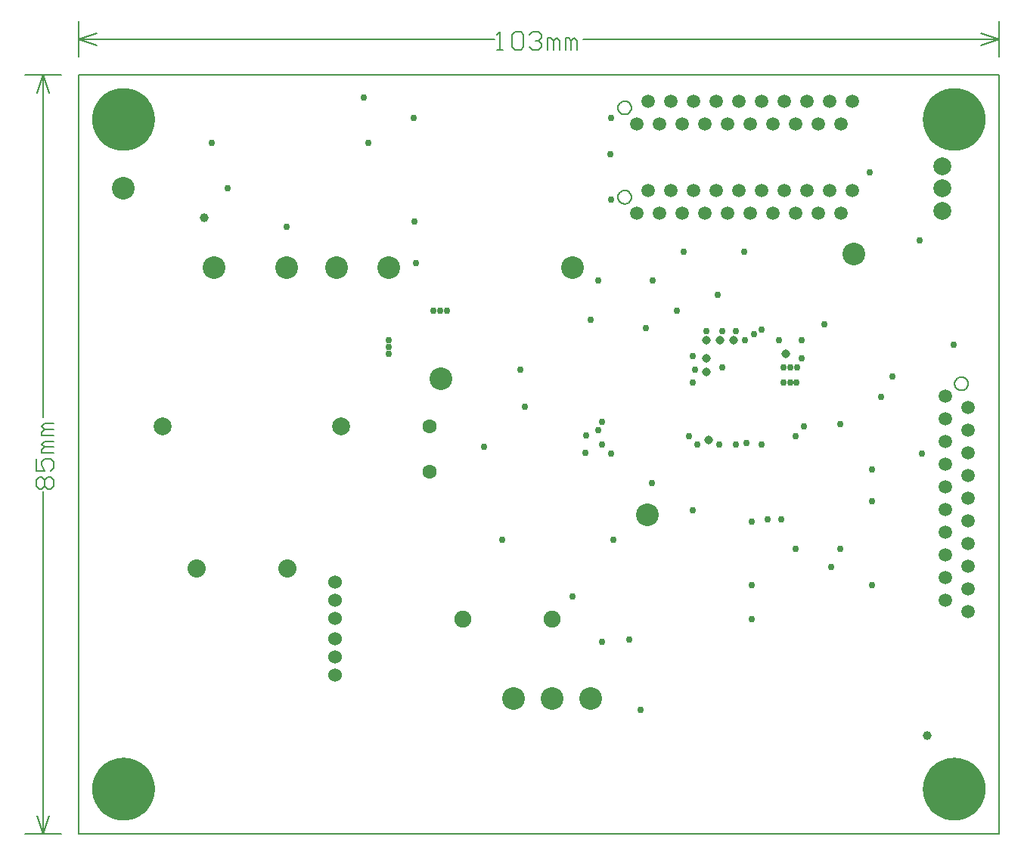
<source format=gbs>
*%FSLAX53Y53*%
*%MOMM*%
G01*
%ADD11C,0.100*%
%ADD12C,0.150*%
%ADD13C,0.186*%
%ADD14C,0.200*%
%ADD15C,0.203*%
%ADD16C,0.250*%
%ADD17C,0.254*%
%ADD18O,0.270X1.300*%
%ADD19O,0.290X1.350*%
%ADD20C,0.305*%
%ADD21C,0.381*%
%ADD22C,0.508*%
%ADD23C,0.762*%
%ADD24C,0.800*%
%ADD25C,0.800*%
%ADD26C,1.000*%
%ADD27C,1.100*%
%ADD28C,1.250*%
%ADD29C,1.270*%
%ADD30O,1.300X0.270*%
%ADD31O,1.350X0.290*%
%ADD32C,1.500*%
%ADD33C,1.524*%
%ADD34C,1.600*%
%ADD35O,1.800X2.000*%
%ADD36C,1.816*%
%ADD37C,1.816*%
%ADD38C,1.905*%
%ADD39C,2.000*%
%ADD40O,2.032X0.610*%
%ADD41C,2.032*%
%ADD42C,2.116*%
%ADD43C,2.266*%
%ADD44C,2.540*%
%ADD45O,2.794X0.737*%
%ADD46C,3.800*%
%ADD47C,4.816*%
%ADD48C,6.350*%
%ADD49R,0.584X0.584*%
%ADD50R,0.600X1.250*%
%ADD51R,0.800X0.800*%
%ADD52R,0.889X0.889*%
%ADD53R,0.900X1.300*%
%ADD54R,0.900X2.000*%
%ADD55R,1.000X1.000*%
%ADD56R,1.000X1.250*%
%ADD57R,1.000X1.500*%
%ADD58R,1.250X1.000*%
%ADD59R,1.350X0.290*%
%ADD60R,1.400X1.600*%
%ADD61R,1.500X1.000*%
%ADD62R,1.500X1.100*%
%ADD63R,1.676X1.676*%
%ADD64R,2.286X0.737*%
%ADD65R,2.400X3.000*%
%ADD66R,2.540X1.270*%
%ADD67P,1.000X8X0*%
D14*
X196796Y157705D02*
X299796D01*
Y242705D01*
X196796D01*
Y157705D01*
X299796Y244705D02*
Y248705D01*
X196796D02*
Y244705D01*
X297796Y246039D02*
X299796Y246705D01*
X297796Y247372D01*
X198796Y246039D02*
X196796Y246705D01*
X198796Y247372D01*
X253248Y246705D02*
X299796D01*
X243343D02*
X196796D01*
X194796Y242705D02*
X190796D01*
Y157705D02*
X194796D01*
X193462Y240705D02*
X192796Y242705D01*
X192129Y240705D01*
X193462Y159705D02*
X192796Y157705D01*
X192129Y159705D01*
X192796Y204325D02*
Y242705D01*
Y196086D02*
Y157705D01*
X243597Y245506D02*
X244264D01*
X243930D01*
Y247505D01*
X243956D01*
X243930D02*
X243597Y247172D01*
X245263D02*
X245597Y247505D01*
X246263D01*
X246596Y247172D01*
Y245839D01*
X246263Y245506D01*
X245597D01*
X245263Y245839D01*
Y247172D01*
X247263D02*
X247596Y247505D01*
X248262D01*
X248596Y247172D01*
Y246839D01*
X248621D01*
X248596D02*
X248621D01*
X248596D02*
X248621D01*
X248596D02*
X248262Y246505D01*
X247929D01*
X248262D01*
X248596Y246172D01*
Y245839D01*
X248262Y245506D01*
X247596D01*
X247263Y245839D01*
X249262Y245506D02*
Y246839D01*
X249595D01*
X249929Y246505D01*
Y245506D01*
Y246505D01*
X250262Y246839D01*
X250595Y246505D01*
Y245506D01*
X251261D02*
Y246839D01*
X251595D01*
X251928Y246505D01*
Y245506D01*
Y246505D01*
X252261Y246839D01*
X252594Y246505D01*
Y245506D01*
X192329Y196340D02*
X191996Y196673D01*
Y197340D01*
X192329Y197673D01*
X192663D01*
X192996Y197340D01*
X193329Y197673D01*
X193662D01*
X193995Y197340D01*
Y196673D01*
X193662Y196340D01*
X193329D01*
X192996Y196673D01*
X192663Y196340D01*
X192329D01*
X192996Y196673D02*
Y197340D01*
X191996Y198339D02*
Y199672D01*
Y198339D02*
X192996D01*
X192663Y199006D01*
Y199339D01*
X192996Y199672D01*
X193662D01*
X193995Y199339D01*
Y198672D01*
X193662Y198339D01*
X193995Y200339D02*
X192663D01*
Y200672D01*
X192996Y201005D01*
X193995D01*
X192996D01*
X192663Y201338D01*
X192996Y201672D01*
X193995D01*
Y202338D02*
X192663D01*
Y202671D01*
X192996Y203004D01*
X193995D01*
X192996D01*
X192663Y203338D01*
X192996Y203671D01*
X193995D01*
X258646Y239005D02*
X258641Y238923D01*
X258628Y238841D01*
X258605Y238762D01*
X258574Y238685D01*
X258535Y238613D01*
X258488Y238545D01*
X258433Y238482D01*
X258373Y238426D01*
X258306Y238378D01*
X258234Y238336D01*
X258159Y238303D01*
X258080Y238278D01*
X257999Y238262D01*
X257916Y238256D01*
X257834Y238258D01*
X257752Y238269D01*
X257672Y238290D01*
X257595Y238319D01*
X257521Y238356D01*
X257452Y238401D01*
X257388Y238454D01*
X257330Y238513D01*
X257279Y238578D01*
X257236Y238648D01*
X257201Y238723D01*
X257174Y238801D01*
X257156Y238882D01*
X257147Y238964D01*
Y239047D01*
X257156Y239129D01*
X257174Y239209D01*
X257201Y239288D01*
X257236Y239362D01*
X257279Y239433D01*
X257330Y239498D01*
X257388Y239557D01*
X257452Y239610D01*
X257521Y239655D01*
X257595Y239692D01*
X257672Y239721D01*
X257752Y239741D01*
X257834Y239753D01*
X257916Y239755D01*
X257999Y239748D01*
X258080Y239732D01*
X258159Y239708D01*
X258234Y239675D01*
X258306Y239633D01*
X258373Y239584D01*
X258433Y239528D01*
X258488Y239466D01*
X258535Y239398D01*
X258574Y239325D01*
X258605Y239249D01*
X258628Y239169D01*
X258641Y239088D01*
X258646Y239005D01*
Y229005D02*
X258641Y228923D01*
X258628Y228841D01*
X258605Y228762D01*
X258574Y228685D01*
X258535Y228613D01*
X258488Y228545D01*
X258433Y228482D01*
X258373Y228426D01*
X258306Y228378D01*
X258234Y228336D01*
X258159Y228303D01*
X258080Y228278D01*
X257999Y228262D01*
X257916Y228256D01*
X257834Y228258D01*
X257752Y228269D01*
X257672Y228290D01*
X257595Y228319D01*
X257521Y228356D01*
X257452Y228401D01*
X257388Y228454D01*
X257330Y228513D01*
X257279Y228578D01*
X257236Y228648D01*
X257201Y228723D01*
X257174Y228801D01*
X257156Y228882D01*
X257147Y228964D01*
Y229047D01*
X257156Y229129D01*
X257174Y229209D01*
X257201Y229288D01*
X257236Y229362D01*
X257279Y229433D01*
X257330Y229498D01*
X257388Y229557D01*
X257452Y229610D01*
X257521Y229655D01*
X257595Y229692D01*
X257672Y229721D01*
X257752Y229741D01*
X257834Y229753D01*
X257916Y229755D01*
X257999Y229748D01*
X258080Y229732D01*
X258159Y229708D01*
X258234Y229675D01*
X258306Y229633D01*
X258373Y229584D01*
X258433Y229528D01*
X258488Y229466D01*
X258535Y229398D01*
X258574Y229325D01*
X258605Y229249D01*
X258628Y229169D01*
X258641Y229088D01*
X258646Y229005D01*
X296346Y208105D02*
X296341Y208023D01*
X296328Y207941D01*
X296305Y207862D01*
X296274Y207785D01*
X296235Y207713D01*
X296188Y207645D01*
X296133Y207582D01*
X296073Y207526D01*
X296006Y207478D01*
X295934Y207436D01*
X295859Y207403D01*
X295780Y207378D01*
X295699Y207363D01*
X295616Y207356D01*
X295534Y207358D01*
X295452Y207369D01*
X295372Y207390D01*
X295295Y207419D01*
X295221Y207456D01*
X295152Y207501D01*
X295088Y207554D01*
X295030Y207613D01*
X294979Y207678D01*
X294936Y207748D01*
X294901Y207823D01*
X294874Y207901D01*
X294856Y207982D01*
X294847Y208064D01*
Y208147D01*
X294856Y208229D01*
X294874Y208309D01*
X294901Y208388D01*
X294936Y208462D01*
X294979Y208533D01*
X295030Y208598D01*
X295088Y208657D01*
X295152Y208710D01*
X295221Y208755D01*
X295295Y208792D01*
X295372Y208821D01*
X295452Y208842D01*
X295534Y208853D01*
X295616Y208855D01*
X295699Y208848D01*
X295780Y208832D01*
X295859Y208808D01*
X295934Y208775D01*
X296006Y208733D01*
X296073Y208684D01*
X296133Y208628D01*
X296188Y208566D01*
X296235Y208498D01*
X296274Y208426D01*
X296305Y208349D01*
X296328Y208269D01*
X296341Y208188D01*
X296346Y208105D01*
D22*
X198550Y162705D02*
X198575D01*
X198550D02*
X198552Y162580D01*
X198560Y162454D01*
X198572Y162329D01*
X198589Y162204D01*
X198611Y162080D01*
X198637Y161957D01*
X198669Y161835D01*
X198705Y161714D01*
X198746Y161595D01*
X198791Y161478D01*
X198841Y161362D01*
X198895Y161249D01*
X198954Y161137D01*
X199017Y161028D01*
X199084Y160922D01*
X199155Y160818D01*
X199230Y160717D01*
X199309Y160619D01*
X199392Y160524D01*
X199478Y160432D01*
X199568Y160344D01*
X199661Y160260D01*
X199758Y160179D01*
X199857Y160102D01*
X199960Y160028D01*
X200065Y159959D01*
X200173Y159894D01*
X200283Y159833D01*
X200396Y159777D01*
X200510Y159725D01*
X200627Y159677D01*
X200745Y159634D01*
X200865Y159596D01*
X200986Y159562D01*
X201109Y159533D01*
X201232Y159509D01*
X201357Y159489D01*
X201482Y159475D01*
X201607Y159465D01*
X201733Y159460D01*
X201859D01*
X201985Y159465D01*
X202110Y159475D01*
X202235Y159489D01*
X202359Y159509D01*
X202483Y159533D01*
X202605Y159562D01*
X202727Y159596D01*
X202847Y159634D01*
X202965Y159677D01*
X203081Y159725D01*
X203196Y159777D01*
X203309Y159833D01*
X203419Y159894D01*
X203527Y159959D01*
X203632Y160028D01*
X203734Y160102D01*
X203834Y160179D01*
X203930Y160260D01*
X204023Y160344D01*
X204113Y160432D01*
X204200Y160524D01*
X204282Y160619D01*
X204361Y160717D01*
X204437Y160818D01*
X204508Y160922D01*
X204575Y161028D01*
X204638Y161137D01*
X204697Y161249D01*
X204751Y161362D01*
X204801Y161478D01*
X204846Y161595D01*
X204887Y161714D01*
X204923Y161835D01*
X204954Y161957D01*
X204981Y162080D01*
X205003Y162204D01*
X205020Y162329D01*
X205032Y162454D01*
X205039Y162580D01*
X205042Y162705D01*
X205067D01*
X205042D02*
X205039Y162831D01*
X205032Y162957D01*
X205020Y163082D01*
X205003Y163207D01*
X204981Y163331D01*
X204954Y163454D01*
X204923Y163576D01*
X204887Y163696D01*
X204846Y163816D01*
X204801Y163933D01*
X204751Y164049D01*
X204697Y164162D01*
X204638Y164274D01*
X204575Y164383D01*
X204508Y164489D01*
X204437Y164593D01*
X204361Y164694D01*
X204282Y164792D01*
X204200Y164887D01*
X204113Y164978D01*
X204023Y165066D01*
X203930Y165151D01*
X203834Y165232D01*
X203734Y165309D01*
X203632Y165382D01*
X203527Y165451D01*
X203419Y165517D01*
X203309Y165577D01*
X203196Y165634D01*
X203081Y165686D01*
X202965Y165734D01*
X202847Y165777D01*
X202727Y165815D01*
X202605Y165849D01*
X202483Y165878D01*
X202359Y165902D01*
X202235Y165922D01*
X202110Y165936D01*
X201985Y165946D01*
X201859Y165951D01*
X201733D01*
X201607Y165946D01*
X201482Y165936D01*
X201357Y165922D01*
X201232Y165902D01*
X201109Y165878D01*
X200986Y165849D01*
X200865Y165815D01*
X200745Y165777D01*
X200627Y165734D01*
X200510Y165686D01*
X200396Y165634D01*
X200283Y165577D01*
X200173Y165517D01*
X200065Y165451D01*
X199960Y165382D01*
X199857Y165309D01*
X199758Y165232D01*
X199661Y165151D01*
X199568Y165066D01*
X199478Y164978D01*
X199392Y164887D01*
X199309Y164792D01*
X199230Y164694D01*
X199155Y164593D01*
X199084Y164489D01*
X199017Y164383D01*
X198954Y164274D01*
X198895Y164162D01*
X198841Y164049D01*
X198791Y163933D01*
X198746Y163816D01*
X198705Y163696D01*
X198669Y163576D01*
X198637Y163454D01*
X198611Y163331D01*
X198589Y163207D01*
X198572Y163082D01*
X198560Y162957D01*
X198552Y162831D01*
X198550Y162705D01*
X199007D02*
X199032D01*
X199007D02*
X199010Y162578D01*
X199019Y162452D01*
X199033Y162326D01*
X199053Y162200D01*
X199079Y162076D01*
X199110Y161953D01*
X199147Y161832D01*
X199190Y161712D01*
X199238Y161594D01*
X199291Y161479D01*
X199350Y161366D01*
X199413Y161256D01*
X199481Y161149D01*
X199555Y161046D01*
X199632Y160945D01*
X199715Y160849D01*
X199802Y160756D01*
X199892Y160667D01*
X199987Y160583D01*
X200086Y160503D01*
X200188Y160427D01*
X200293Y160356D01*
X200401Y160290D01*
X200513Y160229D01*
X200627Y160173D01*
X200743Y160123D01*
X200862Y160078D01*
X200982Y160038D01*
X201105Y160004D01*
X201228Y159975D01*
X201353Y159952D01*
X201479Y159935D01*
X201605Y159923D01*
X201732Y159917D01*
X201859D01*
X201986Y159923D01*
X202113Y159935D01*
X202238Y159952D01*
X202363Y159975D01*
X202487Y160004D01*
X202609Y160038D01*
X202730Y160078D01*
X202848Y160123D01*
X202965Y160173D01*
X203079Y160229D01*
X203190Y160290D01*
X203299Y160356D01*
X203404Y160427D01*
X203506Y160503D01*
X203605Y160583D01*
X203699Y160667D01*
X203790Y160756D01*
X203877Y160849D01*
X203959Y160945D01*
X204037Y161046D01*
X204110Y161149D01*
X204179Y161256D01*
X204242Y161366D01*
X204300Y161479D01*
X204354Y161594D01*
X204402Y161712D01*
X204444Y161832D01*
X204481Y161953D01*
X204513Y162076D01*
X204538Y162200D01*
X204559Y162326D01*
X204573Y162452D01*
X204582Y162578D01*
X204585Y162705D01*
X204610D01*
X204585D02*
X204582Y162832D01*
X204573Y162959D01*
X204559Y163085D01*
X204538Y163210D01*
X204513Y163335D01*
X204481Y163458D01*
X204444Y163579D01*
X204402Y163699D01*
X204354Y163816D01*
X204300Y163932D01*
X204242Y164044D01*
X204179Y164154D01*
X204110Y164261D01*
X204037Y164365D01*
X203959Y164465D01*
X203877Y164562D01*
X203790Y164655D01*
X203699Y164744D01*
X203605Y164828D01*
X203506Y164908D01*
X203404Y164984D01*
X203299Y165055D01*
X203190Y165121D01*
X203079Y165182D01*
X202965Y165237D01*
X202848Y165288D01*
X202730Y165333D01*
X202609Y165373D01*
X202487Y165407D01*
X202363Y165436D01*
X202238Y165459D01*
X202113Y165476D01*
X201986Y165488D01*
X201859Y165493D01*
X201732D01*
X201605Y165488D01*
X201479Y165476D01*
X201353Y165459D01*
X201228Y165436D01*
X201105Y165407D01*
X200982Y165373D01*
X200862Y165333D01*
X200743Y165288D01*
X200627Y165237D01*
X200513Y165182D01*
X200401Y165121D01*
X200293Y165055D01*
X200188Y164984D01*
X200086Y164908D01*
X199987Y164828D01*
X199892Y164744D01*
X199802Y164655D01*
X199715Y164562D01*
X199632Y164465D01*
X199555Y164365D01*
X199481Y164261D01*
X199413Y164154D01*
X199350Y164044D01*
X199291Y163932D01*
X199238Y163816D01*
X199190Y163699D01*
X199147Y163579D01*
X199110Y163458D01*
X199079Y163335D01*
X199053Y163210D01*
X199033Y163085D01*
X199019Y162959D01*
X199010Y162832D01*
X199007Y162705D01*
X199464D02*
X199490D01*
X199464D02*
X199467Y162589D01*
X199476Y162473D01*
X199490Y162358D01*
X199510Y162243D01*
X199536Y162130D01*
X199568Y162018D01*
X199605Y161908D01*
X199647Y161800D01*
X199695Y161694D01*
X199748Y161590D01*
X199806Y161490D01*
X199869Y161392D01*
X199937Y161298D01*
X200010Y161207D01*
X200087Y161120D01*
X200168Y161036D01*
X200253Y160957D01*
X200342Y160882D01*
X200435Y160812D01*
X200531Y160747D01*
X200630Y160686D01*
X200732Y160631D01*
X200837Y160580D01*
X200944Y160535D01*
X201053Y160495D01*
X201164Y160461D01*
X201277Y160432D01*
X201391Y160409D01*
X201506Y160392D01*
X201622Y160380D01*
X201738Y160375D01*
X201854D01*
X201970Y160380D01*
X202086Y160392D01*
X202201Y160409D01*
X202315Y160432D01*
X202427Y160461D01*
X202538Y160495D01*
X202648Y160535D01*
X202755Y160580D01*
X202860Y160631D01*
X202962Y160686D01*
X203061Y160747D01*
X203157Y160812D01*
X203250Y160882D01*
X203339Y160957D01*
X203424Y161036D01*
X203505Y161120D01*
X203582Y161207D01*
X203654Y161298D01*
X203722Y161392D01*
X203785Y161490D01*
X203843Y161590D01*
X203896Y161694D01*
X203944Y161800D01*
X203987Y161908D01*
X204024Y162018D01*
X204055Y162130D01*
X204081Y162243D01*
X204101Y162358D01*
X204116Y162473D01*
X204125Y162589D01*
X204127Y162705D01*
X204153D01*
X204127D02*
X204125Y162822D01*
X204116Y162938D01*
X204101Y163053D01*
X204081Y163167D01*
X204055Y163281D01*
X204024Y163393D01*
X203987Y163503D01*
X203944Y163611D01*
X203896Y163717D01*
X203843Y163820D01*
X203785Y163921D01*
X203722Y164019D01*
X203654Y164113D01*
X203582Y164204D01*
X203505Y164291D01*
X203424Y164375D01*
X203339Y164454D01*
X203250Y164528D01*
X203157Y164599D01*
X203061Y164664D01*
X202962Y164725D01*
X202860Y164780D01*
X202755Y164831D01*
X202648Y164876D01*
X202538Y164916D01*
X202427Y164950D01*
X202315Y164979D01*
X202201Y165002D01*
X202086Y165019D01*
X201970Y165030D01*
X201854Y165036D01*
X201738D01*
X201622Y165030D01*
X201506Y165019D01*
X201391Y165002D01*
X201277Y164979D01*
X201164Y164950D01*
X201053Y164916D01*
X200944Y164876D01*
X200837Y164831D01*
X200732Y164780D01*
X200630Y164725D01*
X200531Y164664D01*
X200435Y164599D01*
X200342Y164528D01*
X200253Y164454D01*
X200168Y164375D01*
X200087Y164291D01*
X200010Y164204D01*
X199937Y164113D01*
X199869Y164019D01*
X199806Y163921D01*
X199748Y163820D01*
X199695Y163717D01*
X199647Y163611D01*
X199605Y163503D01*
X199568Y163393D01*
X199536Y163281D01*
X199510Y163167D01*
X199490Y163053D01*
X199476Y162938D01*
X199467Y162822D01*
X199464Y162705D01*
X199921D02*
X199947D01*
X199921D02*
X199925Y162590D01*
X199936Y162475D01*
X199953Y162361D01*
X199978Y162248D01*
X200010Y162137D01*
X200048Y162028D01*
X200093Y161922D01*
X200144Y161819D01*
X200202Y161719D01*
X200266Y161622D01*
X200335Y161530D01*
X200411Y161443D01*
X200491Y161360D01*
X200576Y161282D01*
X200666Y161210D01*
X200760Y161143D01*
X200859Y161082D01*
X200960Y161028D01*
X201065Y160979D01*
X201173Y160938D01*
X201283Y160903D01*
X201395Y160874D01*
X201508Y160853D01*
X201623Y160839D01*
X201738Y160832D01*
X201854D01*
X201969Y160839D01*
X202083Y160853D01*
X202197Y160874D01*
X202309Y160903D01*
X202419Y160938D01*
X202526Y160979D01*
X202631Y161028D01*
X202733Y161082D01*
X202831Y161143D01*
X202925Y161210D01*
X203015Y161282D01*
X203101Y161360D01*
X203181Y161443D01*
X203256Y161530D01*
X203326Y161622D01*
X203389Y161719D01*
X203447Y161819D01*
X203499Y161922D01*
X203544Y162028D01*
X203582Y162137D01*
X203614Y162248D01*
X203638Y162361D01*
X203656Y162475D01*
X203667Y162590D01*
X203670Y162705D01*
X203696D01*
X203670D02*
X203667Y162821D01*
X203656Y162936D01*
X203638Y163050D01*
X203614Y163163D01*
X203582Y163274D01*
X203544Y163383D01*
X203499Y163489D01*
X203447Y163592D01*
X203389Y163692D01*
X203326Y163788D01*
X203256Y163881D01*
X203181Y163968D01*
X203101Y164051D01*
X203015Y164129D01*
X202925Y164201D01*
X202831Y164268D01*
X202733Y164329D01*
X202631Y164383D01*
X202526Y164432D01*
X202419Y164473D01*
X202309Y164508D01*
X202197Y164536D01*
X202083Y164558D01*
X201969Y164572D01*
X201854Y164579D01*
X201738D01*
X201623Y164572D01*
X201508Y164558D01*
X201395Y164536D01*
X201283Y164508D01*
X201173Y164473D01*
X201065Y164432D01*
X200960Y164383D01*
X200859Y164329D01*
X200760Y164268D01*
X200666Y164201D01*
X200576Y164129D01*
X200491Y164051D01*
X200411Y163968D01*
X200335Y163881D01*
X200266Y163788D01*
X200202Y163692D01*
X200144Y163592D01*
X200093Y163489D01*
X200048Y163383D01*
X200010Y163274D01*
X199978Y163163D01*
X199953Y163050D01*
X199936Y162936D01*
X199925Y162821D01*
X199921Y162705D01*
X200379D02*
X200404D01*
X200379D02*
X200383Y162591D01*
X200397Y162478D01*
X200420Y162366D01*
X200452Y162257D01*
X200492Y162150D01*
X200541Y162047D01*
X200598Y161948D01*
X200663Y161854D01*
X200735Y161766D01*
X200814Y161683D01*
X200900Y161608D01*
X200991Y161539D01*
X201087Y161478D01*
X201188Y161425D01*
X201293Y161380D01*
X201402Y161344D01*
X201512Y161317D01*
X201625Y161299D01*
X201739Y161289D01*
X201853D01*
X201967Y161299D01*
X202079Y161317D01*
X202190Y161344D01*
X202298Y161380D01*
X202403Y161425D01*
X202504Y161478D01*
X202601Y161539D01*
X202692Y161608D01*
X202778Y161683D01*
X202857Y161766D01*
X202929Y161854D01*
X202994Y161948D01*
X203051Y162047D01*
X203100Y162150D01*
X203140Y162257D01*
X203172Y162366D01*
X203195Y162478D01*
X203208Y162591D01*
X203213Y162705D01*
X203238D01*
X203213D02*
X203208Y162819D01*
X203195Y162933D01*
X203172Y163045D01*
X203140Y163154D01*
X203100Y163261D01*
X203051Y163364D01*
X202994Y163463D01*
X202929Y163557D01*
X202857Y163645D01*
X202778Y163727D01*
X202692Y163803D01*
X202601Y163872D01*
X202504Y163933D01*
X202403Y163986D01*
X202298Y164031D01*
X202190Y164067D01*
X202079Y164094D01*
X201967Y164112D01*
X201853Y164121D01*
X201739D01*
X201625Y164112D01*
X201512Y164094D01*
X201402Y164067D01*
X201293Y164031D01*
X201188Y163986D01*
X201087Y163933D01*
X200991Y163872D01*
X200900Y163803D01*
X200814Y163727D01*
X200735Y163645D01*
X200663Y163557D01*
X200598Y163463D01*
X200541Y163364D01*
X200492Y163261D01*
X200452Y163154D01*
X200420Y163045D01*
X200397Y162933D01*
X200383Y162819D01*
X200379Y162705D01*
X200836D02*
X200861D01*
X200836D02*
X200842Y162594D01*
X200862Y162484D01*
X200894Y162377D01*
X200938Y162275D01*
X200994Y162178D01*
X201060Y162088D01*
X201137Y162007D01*
X201223Y161935D01*
X201316Y161874D01*
X201416Y161824D01*
X201520Y161786D01*
X201629Y161760D01*
X201740Y161747D01*
X201852D01*
X201963Y161760D01*
X202071Y161786D01*
X202176Y161824D01*
X202276Y161874D01*
X202369Y161935D01*
X202455Y162007D01*
X202531Y162088D01*
X202598Y162178D01*
X202654Y162275D01*
X202698Y162377D01*
X202730Y162484D01*
X202749Y162594D01*
X202756Y162705D01*
X202781D01*
X202756D02*
X202749Y162817D01*
X202730Y162927D01*
X202698Y163034D01*
X202654Y163136D01*
X202598Y163233D01*
X202531Y163322D01*
X202455Y163404D01*
X202369Y163475D01*
X202276Y163537D01*
X202176Y163587D01*
X202071Y163625D01*
X201963Y163651D01*
X201852Y163664D01*
X201740D01*
X201629Y163651D01*
X201520Y163625D01*
X201416Y163587D01*
X201316Y163537D01*
X201223Y163475D01*
X201137Y163404D01*
X201060Y163322D01*
X200994Y163233D01*
X200938Y163136D01*
X200894Y163034D01*
X200862Y162927D01*
X200842Y162817D01*
X200836Y162705D01*
X201293D02*
X201318D01*
X201293D02*
X201304Y162601D01*
X201336Y162501D01*
X201389Y162410D01*
X201459Y162332D01*
X201544Y162270D01*
X201640Y162227D01*
X201743Y162205D01*
X201848D01*
X201951Y162227D01*
X202047Y162270D01*
X202132Y162332D01*
X202203Y162410D01*
X202255Y162501D01*
X202288Y162601D01*
X202299Y162705D01*
X202324D01*
X202299D02*
X202288Y162810D01*
X202255Y162910D01*
X202203Y163001D01*
X202132Y163079D01*
X202047Y163141D01*
X201951Y163184D01*
X201848Y163205D01*
X201743D01*
X201640Y163184D01*
X201544Y163141D01*
X201459Y163079D01*
X201389Y163001D01*
X201336Y162910D01*
X201304Y162810D01*
X201293Y162705D01*
X201750D02*
X201776D01*
X201750D02*
X201753Y162690D01*
X201761Y162676D01*
X201773Y162666D01*
X201788Y162660D01*
X201804D01*
X201819Y162666D01*
X201831Y162676D01*
X201839Y162690D01*
X201841Y162705D01*
X201867D01*
X201841D02*
X201839Y162721D01*
X201831Y162735D01*
X201819Y162745D01*
X201804Y162750D01*
X201788D01*
X201773Y162745D01*
X201761Y162735D01*
X201753Y162721D01*
X201750Y162705D01*
X291550D02*
X291575D01*
X291550D02*
X291552Y162580D01*
X291560Y162454D01*
X291572Y162329D01*
X291589Y162204D01*
X291611Y162080D01*
X291637Y161957D01*
X291669Y161835D01*
X291705Y161714D01*
X291746Y161595D01*
X291791Y161478D01*
X291841Y161362D01*
X291895Y161249D01*
X291954Y161137D01*
X292017Y161028D01*
X292084Y160922D01*
X292155Y160818D01*
X292230Y160717D01*
X292309Y160619D01*
X292392Y160524D01*
X292478Y160432D01*
X292568Y160344D01*
X292661Y160260D01*
X292758Y160179D01*
X292857Y160102D01*
X292960Y160028D01*
X293065Y159959D01*
X293173Y159894D01*
X293283Y159833D01*
X293396Y159777D01*
X293510Y159725D01*
X293627Y159677D01*
X293745Y159634D01*
X293865Y159596D01*
X293986Y159562D01*
X294109Y159533D01*
X294232Y159509D01*
X294357Y159489D01*
X294482Y159475D01*
X294607Y159465D01*
X294733Y159460D01*
X294859D01*
X294985Y159465D01*
X295110Y159475D01*
X295235Y159489D01*
X295359Y159509D01*
X295483Y159533D01*
X295605Y159562D01*
X295727Y159596D01*
X295847Y159634D01*
X295965Y159677D01*
X296081Y159725D01*
X296196Y159777D01*
X296309Y159833D01*
X296419Y159894D01*
X296527Y159959D01*
X296632Y160028D01*
X296734Y160102D01*
X296834Y160179D01*
X296930Y160260D01*
X297023Y160344D01*
X297113Y160432D01*
X297200Y160524D01*
X297282Y160619D01*
X297361Y160717D01*
X297437Y160818D01*
X297508Y160922D01*
X297575Y161028D01*
X297638Y161137D01*
X297697Y161249D01*
X297751Y161362D01*
X297801Y161478D01*
X297846Y161595D01*
X297887Y161714D01*
X297923Y161835D01*
X297954Y161957D01*
X297981Y162080D01*
X298003Y162204D01*
X298020Y162329D01*
X298032Y162454D01*
X298039Y162580D01*
X298042Y162705D01*
X298067D01*
X298042D02*
X298039Y162831D01*
X298032Y162957D01*
X298020Y163082D01*
X298003Y163207D01*
X297981Y163331D01*
X297954Y163454D01*
X297923Y163576D01*
X297887Y163696D01*
X297846Y163816D01*
X297801Y163933D01*
X297751Y164049D01*
X297697Y164162D01*
X297638Y164274D01*
X297575Y164383D01*
X297508Y164489D01*
X297437Y164593D01*
X297361Y164694D01*
X297282Y164792D01*
X297200Y164887D01*
X297113Y164978D01*
X297023Y165066D01*
X296930Y165151D01*
X296834Y165232D01*
X296734Y165309D01*
X296632Y165382D01*
X296527Y165451D01*
X296419Y165517D01*
X296309Y165577D01*
X296196Y165634D01*
X296081Y165686D01*
X295965Y165734D01*
X295847Y165777D01*
X295727Y165815D01*
X295605Y165849D01*
X295483Y165878D01*
X295359Y165902D01*
X295235Y165922D01*
X295110Y165936D01*
X294985Y165946D01*
X294859Y165951D01*
X294733D01*
X294607Y165946D01*
X294482Y165936D01*
X294357Y165922D01*
X294232Y165902D01*
X294109Y165878D01*
X293986Y165849D01*
X293865Y165815D01*
X293745Y165777D01*
X293627Y165734D01*
X293510Y165686D01*
X293396Y165634D01*
X293283Y165577D01*
X293173Y165517D01*
X293065Y165451D01*
X292960Y165382D01*
X292857Y165309D01*
X292758Y165232D01*
X292661Y165151D01*
X292568Y165066D01*
X292478Y164978D01*
X292392Y164887D01*
X292309Y164792D01*
X292230Y164694D01*
X292155Y164593D01*
X292084Y164489D01*
X292017Y164383D01*
X291954Y164274D01*
X291895Y164162D01*
X291841Y164049D01*
X291791Y163933D01*
X291746Y163816D01*
X291705Y163696D01*
X291669Y163576D01*
X291637Y163454D01*
X291611Y163331D01*
X291589Y163207D01*
X291572Y163082D01*
X291560Y162957D01*
X291552Y162831D01*
X291550Y162705D01*
X292007D02*
X292032D01*
X292007D02*
X292010Y162578D01*
X292019Y162452D01*
X292033Y162326D01*
X292053Y162200D01*
X292079Y162076D01*
X292110Y161953D01*
X292147Y161832D01*
X292190Y161712D01*
X292238Y161594D01*
X292291Y161479D01*
X292350Y161366D01*
X292413Y161256D01*
X292481Y161149D01*
X292555Y161046D01*
X292632Y160945D01*
X292715Y160849D01*
X292802Y160756D01*
X292892Y160667D01*
X292987Y160583D01*
X293086Y160503D01*
X293188Y160427D01*
X293293Y160356D01*
X293401Y160290D01*
X293513Y160229D01*
X293627Y160173D01*
X293743Y160123D01*
X293862Y160078D01*
X293982Y160038D01*
X294105Y160004D01*
X294228Y159975D01*
X294353Y159952D01*
X294479Y159935D01*
X294605Y159923D01*
X294732Y159917D01*
X294859D01*
X294986Y159923D01*
X295113Y159935D01*
X295238Y159952D01*
X295363Y159975D01*
X295487Y160004D01*
X295609Y160038D01*
X295730Y160078D01*
X295848Y160123D01*
X295965Y160173D01*
X296079Y160229D01*
X296190Y160290D01*
X296299Y160356D01*
X296404Y160427D01*
X296506Y160503D01*
X296605Y160583D01*
X296699Y160667D01*
X296790Y160756D01*
X296877Y160849D01*
X296959Y160945D01*
X297037Y161046D01*
X297110Y161149D01*
X297179Y161256D01*
X297242Y161366D01*
X297300Y161479D01*
X297354Y161594D01*
X297402Y161712D01*
X297444Y161832D01*
X297481Y161953D01*
X297513Y162076D01*
X297538Y162200D01*
X297559Y162326D01*
X297573Y162452D01*
X297582Y162578D01*
X297585Y162705D01*
X297610D01*
X297585D02*
X297582Y162832D01*
X297573Y162959D01*
X297559Y163085D01*
X297538Y163210D01*
X297513Y163335D01*
X297481Y163458D01*
X297444Y163579D01*
X297402Y163699D01*
X297354Y163816D01*
X297300Y163932D01*
X297242Y164044D01*
X297179Y164154D01*
X297110Y164261D01*
X297037Y164365D01*
X296959Y164465D01*
X296877Y164562D01*
X296790Y164655D01*
X296699Y164744D01*
X296605Y164828D01*
X296506Y164908D01*
X296404Y164984D01*
X296299Y165055D01*
X296190Y165121D01*
X296079Y165182D01*
X295965Y165237D01*
X295848Y165288D01*
X295730Y165333D01*
X295609Y165373D01*
X295487Y165407D01*
X295363Y165436D01*
X295238Y165459D01*
X295113Y165476D01*
X294986Y165488D01*
X294859Y165493D01*
X294732D01*
X294605Y165488D01*
X294479Y165476D01*
X294353Y165459D01*
X294228Y165436D01*
X294105Y165407D01*
X293982Y165373D01*
X293862Y165333D01*
X293743Y165288D01*
X293627Y165237D01*
X293513Y165182D01*
X293401Y165121D01*
X293293Y165055D01*
X293188Y164984D01*
X293086Y164908D01*
X292987Y164828D01*
X292892Y164744D01*
X292802Y164655D01*
X292715Y164562D01*
X292632Y164465D01*
X292555Y164365D01*
X292481Y164261D01*
X292413Y164154D01*
X292350Y164044D01*
X292291Y163932D01*
X292238Y163816D01*
X292190Y163699D01*
X292147Y163579D01*
X292110Y163458D01*
X292079Y163335D01*
X292053Y163210D01*
X292033Y163085D01*
X292019Y162959D01*
X292010Y162832D01*
X292007Y162705D01*
X292464D02*
X292490D01*
X292464D02*
X292467Y162589D01*
X292476Y162473D01*
X292490Y162358D01*
X292510Y162243D01*
X292536Y162130D01*
X292568Y162018D01*
X292605Y161908D01*
X292647Y161800D01*
X292695Y161694D01*
X292748Y161590D01*
X292806Y161490D01*
X292869Y161392D01*
X292937Y161298D01*
X293010Y161207D01*
X293087Y161120D01*
X293168Y161036D01*
X293253Y160957D01*
X293342Y160882D01*
X293435Y160812D01*
X293531Y160747D01*
X293630Y160686D01*
X293732Y160631D01*
X293837Y160580D01*
X293944Y160535D01*
X294053Y160495D01*
X294164Y160461D01*
X294277Y160432D01*
X294391Y160409D01*
X294506Y160392D01*
X294622Y160380D01*
X294738Y160375D01*
X294854D01*
X294970Y160380D01*
X295086Y160392D01*
X295201Y160409D01*
X295315Y160432D01*
X295427Y160461D01*
X295538Y160495D01*
X295648Y160535D01*
X295755Y160580D01*
X295860Y160631D01*
X295962Y160686D01*
X296061Y160747D01*
X296157Y160812D01*
X296250Y160882D01*
X296339Y160957D01*
X296424Y161036D01*
X296505Y161120D01*
X296582Y161207D01*
X296654Y161298D01*
X296722Y161392D01*
X296785Y161490D01*
X296843Y161590D01*
X296896Y161694D01*
X296944Y161800D01*
X296987Y161908D01*
X297024Y162018D01*
X297055Y162130D01*
X297081Y162243D01*
X297101Y162358D01*
X297116Y162473D01*
X297125Y162589D01*
X297127Y162705D01*
X297153D01*
X297127D02*
X297125Y162822D01*
X297116Y162938D01*
X297101Y163053D01*
X297081Y163167D01*
X297055Y163281D01*
X297024Y163393D01*
X296987Y163503D01*
X296944Y163611D01*
X296896Y163717D01*
X296843Y163820D01*
X296785Y163921D01*
X296722Y164019D01*
X296654Y164113D01*
X296582Y164204D01*
X296505Y164291D01*
X296424Y164375D01*
X296339Y164454D01*
X296250Y164528D01*
X296157Y164599D01*
X296061Y164664D01*
X295962Y164725D01*
X295860Y164780D01*
X295755Y164831D01*
X295648Y164876D01*
X295538Y164916D01*
X295427Y164950D01*
X295315Y164979D01*
X295201Y165002D01*
X295086Y165019D01*
X294970Y165030D01*
X294854Y165036D01*
X294738D01*
X294622Y165030D01*
X294506Y165019D01*
X294391Y165002D01*
X294277Y164979D01*
X294164Y164950D01*
X294053Y164916D01*
X293944Y164876D01*
X293837Y164831D01*
X293732Y164780D01*
X293630Y164725D01*
X293531Y164664D01*
X293435Y164599D01*
X293342Y164528D01*
X293253Y164454D01*
X293168Y164375D01*
X293087Y164291D01*
X293010Y164204D01*
X292937Y164113D01*
X292869Y164019D01*
X292806Y163921D01*
X292748Y163820D01*
X292695Y163717D01*
X292647Y163611D01*
X292605Y163503D01*
X292568Y163393D01*
X292536Y163281D01*
X292510Y163167D01*
X292490Y163053D01*
X292476Y162938D01*
X292467Y162822D01*
X292464Y162705D01*
X292921D02*
X292947D01*
X292921D02*
X292925Y162590D01*
X292936Y162475D01*
X292953Y162361D01*
X292978Y162248D01*
X293010Y162137D01*
X293048Y162028D01*
X293093Y161922D01*
X293144Y161819D01*
X293202Y161719D01*
X293266Y161622D01*
X293335Y161530D01*
X293411Y161443D01*
X293491Y161360D01*
X293576Y161282D01*
X293666Y161210D01*
X293760Y161143D01*
X293859Y161082D01*
X293960Y161028D01*
X294065Y160979D01*
X294173Y160938D01*
X294283Y160903D01*
X294395Y160874D01*
X294508Y160853D01*
X294623Y160839D01*
X294738Y160832D01*
X294854D01*
X294969Y160839D01*
X295083Y160853D01*
X295197Y160874D01*
X295309Y160903D01*
X295419Y160938D01*
X295526Y160979D01*
X295631Y161028D01*
X295733Y161082D01*
X295831Y161143D01*
X295925Y161210D01*
X296015Y161282D01*
X296101Y161360D01*
X296181Y161443D01*
X296256Y161530D01*
X296326Y161622D01*
X296389Y161719D01*
X296447Y161819D01*
X296499Y161922D01*
X296544Y162028D01*
X296582Y162137D01*
X296614Y162248D01*
X296638Y162361D01*
X296656Y162475D01*
X296667Y162590D01*
X296670Y162705D01*
X296696D01*
X296670D02*
X296667Y162821D01*
X296656Y162936D01*
X296638Y163050D01*
X296614Y163163D01*
X296582Y163274D01*
X296544Y163383D01*
X296499Y163489D01*
X296447Y163592D01*
X296389Y163692D01*
X296326Y163788D01*
X296256Y163881D01*
X296181Y163968D01*
X296101Y164051D01*
X296015Y164129D01*
X295925Y164201D01*
X295831Y164268D01*
X295733Y164329D01*
X295631Y164383D01*
X295526Y164432D01*
X295419Y164473D01*
X295309Y164508D01*
X295197Y164536D01*
X295083Y164558D01*
X294969Y164572D01*
X294854Y164579D01*
X294738D01*
X294623Y164572D01*
X294508Y164558D01*
X294395Y164536D01*
X294283Y164508D01*
X294173Y164473D01*
X294065Y164432D01*
X293960Y164383D01*
X293859Y164329D01*
X293760Y164268D01*
X293666Y164201D01*
X293576Y164129D01*
X293491Y164051D01*
X293411Y163968D01*
X293335Y163881D01*
X293266Y163788D01*
X293202Y163692D01*
X293144Y163592D01*
X293093Y163489D01*
X293048Y163383D01*
X293010Y163274D01*
X292978Y163163D01*
X292953Y163050D01*
X292936Y162936D01*
X292925Y162821D01*
X292921Y162705D01*
X293379D02*
X293404D01*
X293379D02*
X293383Y162591D01*
X293397Y162478D01*
X293420Y162366D01*
X293452Y162257D01*
X293492Y162150D01*
X293541Y162047D01*
X293598Y161948D01*
X293663Y161854D01*
X293735Y161766D01*
X293814Y161683D01*
X293900Y161608D01*
X293991Y161539D01*
X294087Y161478D01*
X294188Y161425D01*
X294293Y161380D01*
X294402Y161344D01*
X294512Y161317D01*
X294625Y161299D01*
X294739Y161289D01*
X294853D01*
X294967Y161299D01*
X295079Y161317D01*
X295190Y161344D01*
X295298Y161380D01*
X295403Y161425D01*
X295504Y161478D01*
X295601Y161539D01*
X295692Y161608D01*
X295778Y161683D01*
X295857Y161766D01*
X295929Y161854D01*
X295994Y161948D01*
X296051Y162047D01*
X296100Y162150D01*
X296140Y162257D01*
X296172Y162366D01*
X296195Y162478D01*
X296208Y162591D01*
X296213Y162705D01*
X296238D01*
X296213D02*
X296208Y162819D01*
X296195Y162933D01*
X296172Y163045D01*
X296140Y163154D01*
X296100Y163261D01*
X296051Y163364D01*
X295994Y163463D01*
X295929Y163557D01*
X295857Y163645D01*
X295778Y163727D01*
X295692Y163803D01*
X295601Y163872D01*
X295504Y163933D01*
X295403Y163986D01*
X295298Y164031D01*
X295190Y164067D01*
X295079Y164094D01*
X294967Y164112D01*
X294853Y164121D01*
X294739D01*
X294625Y164112D01*
X294512Y164094D01*
X294402Y164067D01*
X294293Y164031D01*
X294188Y163986D01*
X294087Y163933D01*
X293991Y163872D01*
X293900Y163803D01*
X293814Y163727D01*
X293735Y163645D01*
X293663Y163557D01*
X293598Y163463D01*
X293541Y163364D01*
X293492Y163261D01*
X293452Y163154D01*
X293420Y163045D01*
X293397Y162933D01*
X293383Y162819D01*
X293379Y162705D01*
X293836D02*
X293861D01*
X293836D02*
X293842Y162594D01*
X293862Y162484D01*
X293894Y162377D01*
X293938Y162275D01*
X293994Y162178D01*
X294060Y162088D01*
X294137Y162007D01*
X294223Y161935D01*
X294316Y161874D01*
X294416Y161824D01*
X294520Y161786D01*
X294629Y161760D01*
X294740Y161747D01*
X294852D01*
X294963Y161760D01*
X295071Y161786D01*
X295176Y161824D01*
X295276Y161874D01*
X295369Y161935D01*
X295455Y162007D01*
X295531Y162088D01*
X295598Y162178D01*
X295654Y162275D01*
X295698Y162377D01*
X295730Y162484D01*
X295749Y162594D01*
X295756Y162705D01*
X295781D01*
X295756D02*
X295749Y162817D01*
X295730Y162927D01*
X295698Y163034D01*
X295654Y163136D01*
X295598Y163233D01*
X295531Y163322D01*
X295455Y163404D01*
X295369Y163475D01*
X295276Y163537D01*
X295176Y163587D01*
X295071Y163625D01*
X294963Y163651D01*
X294852Y163664D01*
X294740D01*
X294629Y163651D01*
X294520Y163625D01*
X294416Y163587D01*
X294316Y163537D01*
X294223Y163475D01*
X294137Y163404D01*
X294060Y163322D01*
X293994Y163233D01*
X293938Y163136D01*
X293894Y163034D01*
X293862Y162927D01*
X293842Y162817D01*
X293836Y162705D01*
X294293D02*
X294318D01*
X294293D02*
X294304Y162601D01*
X294336Y162501D01*
X294389Y162410D01*
X294459Y162332D01*
X294544Y162270D01*
X294640Y162227D01*
X294743Y162205D01*
X294848D01*
X294951Y162227D01*
X295047Y162270D01*
X295132Y162332D01*
X295203Y162410D01*
X295255Y162501D01*
X295288Y162601D01*
X295299Y162705D01*
X295324D01*
X295299D02*
X295288Y162810D01*
X295255Y162910D01*
X295203Y163001D01*
X295132Y163079D01*
X295047Y163141D01*
X294951Y163184D01*
X294848Y163205D01*
X294743D01*
X294640Y163184D01*
X294544Y163141D01*
X294459Y163079D01*
X294389Y163001D01*
X294336Y162910D01*
X294304Y162810D01*
X294293Y162705D01*
X294750D02*
X294776D01*
X294750D02*
X294753Y162690D01*
X294761Y162676D01*
X294773Y162666D01*
X294788Y162660D01*
X294804D01*
X294819Y162666D01*
X294831Y162676D01*
X294839Y162690D01*
X294841Y162705D01*
X294867D01*
X294841D02*
X294839Y162721D01*
X294831Y162735D01*
X294819Y162745D01*
X294804Y162750D01*
X294788D01*
X294773Y162745D01*
X294761Y162735D01*
X294753Y162721D01*
X294750Y162705D01*
X291550Y237705D02*
X291575D01*
X291550D02*
X291552Y237580D01*
X291560Y237454D01*
X291572Y237329D01*
X291589Y237204D01*
X291611Y237080D01*
X291637Y236957D01*
X291669Y236835D01*
X291705Y236714D01*
X291746Y236595D01*
X291791Y236478D01*
X291841Y236362D01*
X291895Y236249D01*
X291954Y236137D01*
X292017Y236028D01*
X292084Y235922D01*
X292155Y235818D01*
X292230Y235717D01*
X292309Y235619D01*
X292392Y235524D01*
X292478Y235432D01*
X292568Y235344D01*
X292661Y235260D01*
X292758Y235179D01*
X292857Y235102D01*
X292960Y235028D01*
X293065Y234959D01*
X293173Y234894D01*
X293283Y234833D01*
X293396Y234777D01*
X293510Y234725D01*
X293627Y234677D01*
X293745Y234634D01*
X293865Y234596D01*
X293986Y234562D01*
X294109Y234533D01*
X294232Y234509D01*
X294357Y234489D01*
X294482Y234475D01*
X294607Y234465D01*
X294733Y234460D01*
X294859D01*
X294985Y234465D01*
X295110Y234475D01*
X295235Y234489D01*
X295359Y234509D01*
X295483Y234533D01*
X295605Y234562D01*
X295727Y234596D01*
X295847Y234634D01*
X295965Y234677D01*
X296081Y234725D01*
X296196Y234777D01*
X296309Y234833D01*
X296419Y234894D01*
X296527Y234959D01*
X296632Y235028D01*
X296734Y235102D01*
X296834Y235179D01*
X296930Y235260D01*
X297023Y235344D01*
X297113Y235432D01*
X297200Y235524D01*
X297282Y235619D01*
X297361Y235717D01*
X297437Y235818D01*
X297508Y235922D01*
X297575Y236028D01*
X297638Y236137D01*
X297697Y236249D01*
X297751Y236362D01*
X297801Y236478D01*
X297846Y236595D01*
X297887Y236714D01*
X297923Y236835D01*
X297954Y236957D01*
X297981Y237080D01*
X298003Y237204D01*
X298020Y237329D01*
X298032Y237454D01*
X298039Y237580D01*
X298042Y237705D01*
X298067D01*
X298042D02*
X298039Y237831D01*
X298032Y237957D01*
X298020Y238082D01*
X298003Y238207D01*
X297981Y238331D01*
X297954Y238454D01*
X297923Y238576D01*
X297887Y238696D01*
X297846Y238816D01*
X297801Y238933D01*
X297751Y239049D01*
X297697Y239162D01*
X297638Y239274D01*
X297575Y239383D01*
X297508Y239489D01*
X297437Y239593D01*
X297361Y239694D01*
X297282Y239792D01*
X297200Y239887D01*
X297113Y239978D01*
X297023Y240066D01*
X296930Y240151D01*
X296834Y240232D01*
X296734Y240309D01*
X296632Y240382D01*
X296527Y240451D01*
X296419Y240517D01*
X296309Y240577D01*
X296196Y240634D01*
X296081Y240686D01*
X295965Y240734D01*
X295847Y240777D01*
X295727Y240815D01*
X295605Y240849D01*
X295483Y240878D01*
X295359Y240902D01*
X295235Y240922D01*
X295110Y240936D01*
X294985Y240946D01*
X294859Y240951D01*
X294733D01*
X294607Y240946D01*
X294482Y240936D01*
X294357Y240922D01*
X294232Y240902D01*
X294109Y240878D01*
X293986Y240849D01*
X293865Y240815D01*
X293745Y240777D01*
X293627Y240734D01*
X293510Y240686D01*
X293396Y240634D01*
X293283Y240577D01*
X293173Y240517D01*
X293065Y240451D01*
X292960Y240382D01*
X292857Y240309D01*
X292758Y240232D01*
X292661Y240151D01*
X292568Y240066D01*
X292478Y239978D01*
X292392Y239887D01*
X292309Y239792D01*
X292230Y239694D01*
X292155Y239593D01*
X292084Y239489D01*
X292017Y239383D01*
X291954Y239274D01*
X291895Y239162D01*
X291841Y239049D01*
X291791Y238933D01*
X291746Y238816D01*
X291705Y238696D01*
X291669Y238576D01*
X291637Y238454D01*
X291611Y238331D01*
X291589Y238207D01*
X291572Y238082D01*
X291560Y237957D01*
X291552Y237831D01*
X291550Y237705D01*
X292007D02*
X292032D01*
X292007D02*
X292010Y237578D01*
X292019Y237452D01*
X292033Y237326D01*
X292053Y237200D01*
X292079Y237076D01*
X292110Y236953D01*
X292147Y236832D01*
X292190Y236712D01*
X292238Y236594D01*
X292291Y236479D01*
X292350Y236366D01*
X292413Y236256D01*
X292481Y236149D01*
X292555Y236046D01*
X292632Y235945D01*
X292715Y235849D01*
X292802Y235756D01*
X292892Y235667D01*
X292987Y235583D01*
X293086Y235503D01*
X293188Y235427D01*
X293293Y235356D01*
X293401Y235290D01*
X293513Y235229D01*
X293627Y235173D01*
X293743Y235123D01*
X293862Y235078D01*
X293982Y235038D01*
X294105Y235004D01*
X294228Y234975D01*
X294353Y234952D01*
X294479Y234935D01*
X294605Y234923D01*
X294732Y234917D01*
X294859D01*
X294986Y234923D01*
X295113Y234935D01*
X295238Y234952D01*
X295363Y234975D01*
X295487Y235004D01*
X295609Y235038D01*
X295730Y235078D01*
X295848Y235123D01*
X295965Y235173D01*
X296079Y235229D01*
X296190Y235290D01*
X296299Y235356D01*
X296404Y235427D01*
X296506Y235503D01*
X296605Y235583D01*
X296699Y235667D01*
X296790Y235756D01*
X296877Y235849D01*
X296959Y235945D01*
X297037Y236046D01*
X297110Y236149D01*
X297179Y236256D01*
X297242Y236366D01*
X297300Y236479D01*
X297354Y236594D01*
X297402Y236712D01*
X297444Y236832D01*
X297481Y236953D01*
X297513Y237076D01*
X297538Y237200D01*
X297559Y237326D01*
X297573Y237452D01*
X297582Y237578D01*
X297585Y237705D01*
X297610D01*
X297585D02*
X297582Y237832D01*
X297573Y237959D01*
X297559Y238085D01*
X297538Y238210D01*
X297513Y238335D01*
X297481Y238458D01*
X297444Y238579D01*
X297402Y238699D01*
X297354Y238816D01*
X297300Y238932D01*
X297242Y239044D01*
X297179Y239154D01*
X297110Y239261D01*
X297037Y239365D01*
X296959Y239465D01*
X296877Y239562D01*
X296790Y239655D01*
X296699Y239744D01*
X296605Y239828D01*
X296506Y239908D01*
X296404Y239984D01*
X296299Y240055D01*
X296190Y240121D01*
X296079Y240182D01*
X295965Y240237D01*
X295848Y240288D01*
X295730Y240333D01*
X295609Y240373D01*
X295487Y240407D01*
X295363Y240436D01*
X295238Y240459D01*
X295113Y240476D01*
X294986Y240488D01*
X294859Y240493D01*
X294732D01*
X294605Y240488D01*
X294479Y240476D01*
X294353Y240459D01*
X294228Y240436D01*
X294105Y240407D01*
X293982Y240373D01*
X293862Y240333D01*
X293743Y240288D01*
X293627Y240237D01*
X293513Y240182D01*
X293401Y240121D01*
X293293Y240055D01*
X293188Y239984D01*
X293086Y239908D01*
X292987Y239828D01*
X292892Y239744D01*
X292802Y239655D01*
X292715Y239562D01*
X292632Y239465D01*
X292555Y239365D01*
X292481Y239261D01*
X292413Y239154D01*
X292350Y239044D01*
X292291Y238932D01*
X292238Y238816D01*
X292190Y238699D01*
X292147Y238579D01*
X292110Y238458D01*
X292079Y238335D01*
X292053Y238210D01*
X292033Y238085D01*
X292019Y237959D01*
X292010Y237832D01*
X292007Y237705D01*
X292464D02*
X292490D01*
X292464D02*
X292467Y237589D01*
X292476Y237473D01*
X292490Y237358D01*
X292510Y237243D01*
X292536Y237130D01*
X292568Y237018D01*
X292605Y236908D01*
X292647Y236800D01*
X292695Y236694D01*
X292748Y236590D01*
X292806Y236490D01*
X292869Y236392D01*
X292937Y236298D01*
X293010Y236207D01*
X293087Y236120D01*
X293168Y236036D01*
X293253Y235957D01*
X293342Y235882D01*
X293435Y235812D01*
X293531Y235747D01*
X293630Y235686D01*
X293732Y235631D01*
X293837Y235580D01*
X293944Y235535D01*
X294053Y235495D01*
X294164Y235461D01*
X294277Y235432D01*
X294391Y235409D01*
X294506Y235392D01*
X294622Y235380D01*
X294738Y235375D01*
X294854D01*
X294970Y235380D01*
X295086Y235392D01*
X295201Y235409D01*
X295315Y235432D01*
X295427Y235461D01*
X295538Y235495D01*
X295648Y235535D01*
X295755Y235580D01*
X295860Y235631D01*
X295962Y235686D01*
X296061Y235747D01*
X296157Y235812D01*
X296250Y235882D01*
X296339Y235957D01*
X296424Y236036D01*
X296505Y236120D01*
X296582Y236207D01*
X296654Y236298D01*
X296722Y236392D01*
X296785Y236490D01*
X296843Y236590D01*
X296896Y236694D01*
X296944Y236800D01*
X296987Y236908D01*
X297024Y237018D01*
X297055Y237130D01*
X297081Y237243D01*
X297101Y237358D01*
X297116Y237473D01*
X297125Y237589D01*
X297127Y237705D01*
X297153D01*
X297127D02*
X297125Y237822D01*
X297116Y237938D01*
X297101Y238053D01*
X297081Y238167D01*
X297055Y238281D01*
X297024Y238393D01*
X296987Y238503D01*
X296944Y238611D01*
X296896Y238717D01*
X296843Y238820D01*
X296785Y238921D01*
X296722Y239019D01*
X296654Y239113D01*
X296582Y239204D01*
X296505Y239291D01*
X296424Y239375D01*
X296339Y239454D01*
X296250Y239528D01*
X296157Y239599D01*
X296061Y239664D01*
X295962Y239725D01*
X295860Y239780D01*
X295755Y239831D01*
X295648Y239876D01*
X295538Y239916D01*
X295427Y239950D01*
X295315Y239979D01*
X295201Y240002D01*
X295086Y240019D01*
X294970Y240030D01*
X294854Y240036D01*
X294738D01*
X294622Y240030D01*
X294506Y240019D01*
X294391Y240002D01*
X294277Y239979D01*
X294164Y239950D01*
X294053Y239916D01*
X293944Y239876D01*
X293837Y239831D01*
X293732Y239780D01*
X293630Y239725D01*
X293531Y239664D01*
X293435Y239599D01*
X293342Y239528D01*
X293253Y239454D01*
X293168Y239375D01*
X293087Y239291D01*
X293010Y239204D01*
X292937Y239113D01*
X292869Y239019D01*
X292806Y238921D01*
X292748Y238820D01*
X292695Y238717D01*
X292647Y238611D01*
X292605Y238503D01*
X292568Y238393D01*
X292536Y238281D01*
X292510Y238167D01*
X292490Y238053D01*
X292476Y237938D01*
X292467Y237822D01*
X292464Y237705D01*
X292921D02*
X292947D01*
X292921D02*
X292925Y237590D01*
X292936Y237475D01*
X292953Y237361D01*
X292978Y237248D01*
X293010Y237137D01*
X293048Y237028D01*
X293093Y236922D01*
X293144Y236819D01*
X293202Y236719D01*
X293266Y236622D01*
X293335Y236530D01*
X293411Y236443D01*
X293491Y236360D01*
X293576Y236282D01*
X293666Y236210D01*
X293760Y236143D01*
X293859Y236082D01*
X293960Y236028D01*
X294065Y235979D01*
X294173Y235938D01*
X294283Y235903D01*
X294395Y235874D01*
X294508Y235853D01*
X294623Y235839D01*
X294738Y235832D01*
X294854D01*
X294969Y235839D01*
X295083Y235853D01*
X295197Y235874D01*
X295309Y235903D01*
X295419Y235938D01*
X295526Y235979D01*
X295631Y236028D01*
X295733Y236082D01*
X295831Y236143D01*
X295925Y236210D01*
X296015Y236282D01*
X296101Y236360D01*
X296181Y236443D01*
X296256Y236530D01*
X296326Y236622D01*
X296389Y236719D01*
X296447Y236819D01*
X296499Y236922D01*
X296544Y237028D01*
X296582Y237137D01*
X296614Y237248D01*
X296638Y237361D01*
X296656Y237475D01*
X296667Y237590D01*
X296670Y237705D01*
X296696D01*
X296670D02*
X296667Y237821D01*
X296656Y237936D01*
X296638Y238050D01*
X296614Y238163D01*
X296582Y238274D01*
X296544Y238383D01*
X296499Y238489D01*
X296447Y238592D01*
X296389Y238692D01*
X296326Y238788D01*
X296256Y238881D01*
X296181Y238968D01*
X296101Y239051D01*
X296015Y239129D01*
X295925Y239201D01*
X295831Y239268D01*
X295733Y239329D01*
X295631Y239383D01*
X295526Y239432D01*
X295419Y239473D01*
X295309Y239508D01*
X295197Y239536D01*
X295083Y239558D01*
X294969Y239572D01*
X294854Y239579D01*
X294738D01*
X294623Y239572D01*
X294508Y239558D01*
X294395Y239536D01*
X294283Y239508D01*
X294173Y239473D01*
X294065Y239432D01*
X293960Y239383D01*
X293859Y239329D01*
X293760Y239268D01*
X293666Y239201D01*
X293576Y239129D01*
X293491Y239051D01*
X293411Y238968D01*
X293335Y238881D01*
X293266Y238788D01*
X293202Y238692D01*
X293144Y238592D01*
X293093Y238489D01*
X293048Y238383D01*
X293010Y238274D01*
X292978Y238163D01*
X292953Y238050D01*
X292936Y237936D01*
X292925Y237821D01*
X292921Y237705D01*
X293379D02*
X293404D01*
X293379D02*
X293383Y237591D01*
X293397Y237478D01*
X293420Y237366D01*
X293452Y237257D01*
X293492Y237150D01*
X293541Y237047D01*
X293598Y236948D01*
X293663Y236854D01*
X293735Y236766D01*
X293814Y236683D01*
X293900Y236608D01*
X293991Y236539D01*
X294087Y236478D01*
X294188Y236425D01*
X294293Y236380D01*
X294402Y236344D01*
X294512Y236317D01*
X294625Y236299D01*
X294739Y236289D01*
X294853D01*
X294967Y236299D01*
X295079Y236317D01*
X295190Y236344D01*
X295298Y236380D01*
X295403Y236425D01*
X295504Y236478D01*
X295601Y236539D01*
X295692Y236608D01*
X295778Y236683D01*
X295857Y236766D01*
X295929Y236854D01*
X295994Y236948D01*
X296051Y237047D01*
X296100Y237150D01*
X296140Y237257D01*
X296172Y237366D01*
X296195Y237478D01*
X296208Y237591D01*
X296213Y237705D01*
X296238D01*
X296213D02*
X296208Y237819D01*
X296195Y237933D01*
X296172Y238045D01*
X296140Y238154D01*
X296100Y238261D01*
X296051Y238364D01*
X295994Y238463D01*
X295929Y238557D01*
X295857Y238645D01*
X295778Y238727D01*
X295692Y238803D01*
X295601Y238872D01*
X295504Y238933D01*
X295403Y238986D01*
X295298Y239030D01*
X295190Y239067D01*
X295079Y239094D01*
X294967Y239112D01*
X294853Y239121D01*
X294739D01*
X294625Y239112D01*
X294512Y239094D01*
X294402Y239067D01*
X294293Y239030D01*
X294188Y238986D01*
X294087Y238933D01*
X293991Y238872D01*
X293900Y238803D01*
X293814Y238727D01*
X293735Y238645D01*
X293663Y238557D01*
X293598Y238463D01*
X293541Y238364D01*
X293492Y238261D01*
X293452Y238154D01*
X293420Y238045D01*
X293397Y237933D01*
X293383Y237819D01*
X293379Y237705D01*
X293836D02*
X293861D01*
X293836D02*
X293842Y237594D01*
X293862Y237484D01*
X293894Y237377D01*
X293938Y237275D01*
X293994Y237178D01*
X294060Y237088D01*
X294137Y237007D01*
X294223Y236935D01*
X294316Y236874D01*
X294416Y236824D01*
X294520Y236786D01*
X294629Y236760D01*
X294740Y236747D01*
X294852D01*
X294963Y236760D01*
X295071Y236786D01*
X295176Y236824D01*
X295276Y236874D01*
X295369Y236935D01*
X295455Y237007D01*
X295531Y237088D01*
X295598Y237178D01*
X295654Y237275D01*
X295698Y237377D01*
X295730Y237484D01*
X295749Y237594D01*
X295756Y237705D01*
X295781D01*
X295756D02*
X295749Y237817D01*
X295730Y237927D01*
X295698Y238034D01*
X295654Y238136D01*
X295598Y238233D01*
X295531Y238322D01*
X295455Y238404D01*
X295369Y238475D01*
X295276Y238537D01*
X295176Y238587D01*
X295071Y238625D01*
X294963Y238651D01*
X294852Y238664D01*
X294740D01*
X294629Y238651D01*
X294520Y238625D01*
X294416Y238587D01*
X294316Y238537D01*
X294223Y238475D01*
X294137Y238404D01*
X294060Y238322D01*
X293994Y238233D01*
X293938Y238136D01*
X293894Y238034D01*
X293862Y237927D01*
X293842Y237817D01*
X293836Y237705D01*
X294293D02*
X294318D01*
X294293D02*
X294304Y237601D01*
X294336Y237501D01*
X294389Y237410D01*
X294459Y237332D01*
X294544Y237270D01*
X294640Y237227D01*
X294743Y237205D01*
X294848D01*
X294951Y237227D01*
X295047Y237270D01*
X295132Y237332D01*
X295203Y237410D01*
X295255Y237501D01*
X295288Y237601D01*
X295299Y237705D01*
X295324D01*
X295299D02*
X295288Y237810D01*
X295255Y237910D01*
X295203Y238001D01*
X295132Y238079D01*
X295047Y238141D01*
X294951Y238184D01*
X294848Y238205D01*
X294743D01*
X294640Y238184D01*
X294544Y238141D01*
X294459Y238079D01*
X294389Y238001D01*
X294336Y237910D01*
X294304Y237810D01*
X294293Y237705D01*
X294750D02*
X294776D01*
X294750D02*
X294753Y237690D01*
X294761Y237676D01*
X294773Y237666D01*
X294788Y237660D01*
X294804D01*
X294819Y237666D01*
X294831Y237676D01*
X294839Y237690D01*
X294841Y237705D01*
X294867D01*
X294841D02*
X294839Y237721D01*
X294831Y237735D01*
X294819Y237745D01*
X294804Y237750D01*
X294788D01*
X294773Y237745D01*
X294761Y237735D01*
X294753Y237721D01*
X294750Y237705D01*
X198550D02*
X198575D01*
X198550D02*
X198552Y237580D01*
X198560Y237454D01*
X198572Y237329D01*
X198589Y237204D01*
X198611Y237080D01*
X198637Y236957D01*
X198669Y236835D01*
X198705Y236714D01*
X198746Y236595D01*
X198791Y236478D01*
X198841Y236362D01*
X198895Y236249D01*
X198954Y236137D01*
X199017Y236028D01*
X199084Y235922D01*
X199155Y235818D01*
X199230Y235717D01*
X199309Y235619D01*
X199392Y235524D01*
X199478Y235432D01*
X199568Y235344D01*
X199661Y235260D01*
X199758Y235179D01*
X199857Y235102D01*
X199960Y235028D01*
X200065Y234959D01*
X200173Y234894D01*
X200283Y234833D01*
X200396Y234777D01*
X200510Y234725D01*
X200627Y234677D01*
X200745Y234634D01*
X200865Y234596D01*
X200986Y234562D01*
X201109Y234533D01*
X201232Y234509D01*
X201357Y234489D01*
X201482Y234475D01*
X201607Y234465D01*
X201733Y234460D01*
X201859D01*
X201985Y234465D01*
X202110Y234475D01*
X202235Y234489D01*
X202359Y234509D01*
X202483Y234533D01*
X202605Y234562D01*
X202727Y234596D01*
X202847Y234634D01*
X202965Y234677D01*
X203081Y234725D01*
X203196Y234777D01*
X203309Y234833D01*
X203419Y234894D01*
X203527Y234959D01*
X203632Y235028D01*
X203734Y235102D01*
X203834Y235179D01*
X203930Y235260D01*
X204023Y235344D01*
X204113Y235432D01*
X204200Y235524D01*
X204282Y235619D01*
X204361Y235717D01*
X204437Y235818D01*
X204508Y235922D01*
X204575Y236028D01*
X204638Y236137D01*
X204697Y236249D01*
X204751Y236362D01*
X204801Y236478D01*
X204846Y236595D01*
X204887Y236714D01*
X204923Y236835D01*
X204954Y236957D01*
X204981Y237080D01*
X205003Y237204D01*
X205020Y237329D01*
X205032Y237454D01*
X205039Y237580D01*
X205042Y237705D01*
X205067D01*
X205042D02*
X205039Y237831D01*
X205032Y237957D01*
X205020Y238082D01*
X205003Y238207D01*
X204981Y238331D01*
X204954Y238454D01*
X204923Y238576D01*
X204887Y238696D01*
X204846Y238816D01*
X204801Y238933D01*
X204751Y239049D01*
X204697Y239162D01*
X204638Y239274D01*
X204575Y239383D01*
X204508Y239489D01*
X204437Y239593D01*
X204361Y239694D01*
X204282Y239792D01*
X204200Y239887D01*
X204113Y239978D01*
X204023Y240066D01*
X203930Y240151D01*
X203834Y240232D01*
X203734Y240309D01*
X203632Y240382D01*
X203527Y240451D01*
X203419Y240517D01*
X203309Y240577D01*
X203196Y240634D01*
X203081Y240686D01*
X202965Y240734D01*
X202847Y240777D01*
X202727Y240815D01*
X202605Y240849D01*
X202483Y240878D01*
X202359Y240902D01*
X202235Y240922D01*
X202110Y240936D01*
X201985Y240946D01*
X201859Y240951D01*
X201733D01*
X201607Y240946D01*
X201482Y240936D01*
X201357Y240922D01*
X201232Y240902D01*
X201109Y240878D01*
X200986Y240849D01*
X200865Y240815D01*
X200745Y240777D01*
X200627Y240734D01*
X200510Y240686D01*
X200396Y240634D01*
X200283Y240577D01*
X200173Y240517D01*
X200065Y240451D01*
X199960Y240382D01*
X199857Y240309D01*
X199758Y240232D01*
X199661Y240151D01*
X199568Y240066D01*
X199478Y239978D01*
X199392Y239887D01*
X199309Y239792D01*
X199230Y239694D01*
X199155Y239593D01*
X199084Y239489D01*
X199017Y239383D01*
X198954Y239274D01*
X198895Y239162D01*
X198841Y239049D01*
X198791Y238933D01*
X198746Y238816D01*
X198705Y238696D01*
X198669Y238576D01*
X198637Y238454D01*
X198611Y238331D01*
X198589Y238207D01*
X198572Y238082D01*
X198560Y237957D01*
X198552Y237831D01*
X198550Y237705D01*
X199007D02*
X199032D01*
X199007D02*
X199010Y237578D01*
X199019Y237452D01*
X199033Y237326D01*
X199053Y237200D01*
X199079Y237076D01*
X199110Y236953D01*
X199147Y236832D01*
X199190Y236712D01*
X199238Y236594D01*
X199291Y236479D01*
X199350Y236366D01*
X199413Y236256D01*
X199481Y236149D01*
X199555Y236046D01*
X199632Y235945D01*
X199715Y235849D01*
X199802Y235756D01*
X199892Y235667D01*
X199987Y235583D01*
X200086Y235503D01*
X200188Y235427D01*
X200293Y235356D01*
X200401Y235290D01*
X200513Y235229D01*
X200627Y235173D01*
X200743Y235123D01*
X200862Y235078D01*
X200982Y235038D01*
X201105Y235004D01*
X201228Y234975D01*
X201353Y234952D01*
X201479Y234935D01*
X201605Y234923D01*
X201732Y234917D01*
X201859D01*
X201986Y234923D01*
X202113Y234935D01*
X202238Y234952D01*
X202363Y234975D01*
X202487Y235004D01*
X202609Y235038D01*
X202730Y235078D01*
X202848Y235123D01*
X202965Y235173D01*
X203079Y235229D01*
X203190Y235290D01*
X203299Y235356D01*
X203404Y235427D01*
X203506Y235503D01*
X203605Y235583D01*
X203699Y235667D01*
X203790Y235756D01*
X203877Y235849D01*
X203959Y235945D01*
X204037Y236046D01*
X204110Y236149D01*
X204179Y236256D01*
X204242Y236366D01*
X204300Y236479D01*
X204354Y236594D01*
X204402Y236712D01*
X204444Y236832D01*
X204481Y236953D01*
X204513Y237076D01*
X204538Y237200D01*
X204559Y237326D01*
X204573Y237452D01*
X204582Y237578D01*
X204585Y237705D01*
X204610D01*
X204585D02*
X204582Y237832D01*
X204573Y237959D01*
X204559Y238085D01*
X204538Y238210D01*
X204513Y238335D01*
X204481Y238458D01*
X204444Y238579D01*
X204402Y238699D01*
X204354Y238816D01*
X204300Y238932D01*
X204242Y239044D01*
X204179Y239154D01*
X204110Y239261D01*
X204037Y239365D01*
X203959Y239465D01*
X203877Y239562D01*
X203790Y239655D01*
X203699Y239744D01*
X203605Y239828D01*
X203506Y239908D01*
X203404Y239984D01*
X203299Y240055D01*
X203190Y240121D01*
X203079Y240182D01*
X202965Y240237D01*
X202848Y240288D01*
X202730Y240333D01*
X202609Y240373D01*
X202487Y240407D01*
X202363Y240436D01*
X202238Y240459D01*
X202113Y240476D01*
X201986Y240488D01*
X201859Y240493D01*
X201732D01*
X201605Y240488D01*
X201479Y240476D01*
X201353Y240459D01*
X201228Y240436D01*
X201105Y240407D01*
X200982Y240373D01*
X200862Y240333D01*
X200743Y240288D01*
X200627Y240237D01*
X200513Y240182D01*
X200401Y240121D01*
X200293Y240055D01*
X200188Y239984D01*
X200086Y239908D01*
X199987Y239828D01*
X199892Y239744D01*
X199802Y239655D01*
X199715Y239562D01*
X199632Y239465D01*
X199555Y239365D01*
X199481Y239261D01*
X199413Y239154D01*
X199350Y239044D01*
X199291Y238932D01*
X199238Y238816D01*
X199190Y238699D01*
X199147Y238579D01*
X199110Y238458D01*
X199079Y238335D01*
X199053Y238210D01*
X199033Y238085D01*
X199019Y237959D01*
X199010Y237832D01*
X199007Y237705D01*
X199464D02*
X199490D01*
X199464D02*
X199467Y237589D01*
X199476Y237473D01*
X199490Y237358D01*
X199510Y237243D01*
X199536Y237130D01*
X199568Y237018D01*
X199605Y236908D01*
X199647Y236800D01*
X199695Y236694D01*
X199748Y236590D01*
X199806Y236490D01*
X199869Y236392D01*
X199937Y236298D01*
X200010Y236207D01*
X200087Y236120D01*
X200168Y236036D01*
X200253Y235957D01*
X200342Y235882D01*
X200435Y235812D01*
X200531Y235747D01*
X200630Y235686D01*
X200732Y235631D01*
X200837Y235580D01*
X200944Y235535D01*
X201053Y235495D01*
X201164Y235461D01*
X201277Y235432D01*
X201391Y235409D01*
X201506Y235392D01*
X201622Y235380D01*
X201738Y235375D01*
X201854D01*
X201970Y235380D01*
X202086Y235392D01*
X202201Y235409D01*
X202315Y235432D01*
X202427Y235461D01*
X202538Y235495D01*
X202648Y235535D01*
X202755Y235580D01*
X202860Y235631D01*
X202962Y235686D01*
X203061Y235747D01*
X203157Y235812D01*
X203250Y235882D01*
X203339Y235957D01*
X203424Y236036D01*
X203505Y236120D01*
X203582Y236207D01*
X203654Y236298D01*
X203722Y236392D01*
X203785Y236490D01*
X203843Y236590D01*
X203896Y236694D01*
X203944Y236800D01*
X203987Y236908D01*
X204024Y237018D01*
X204055Y237130D01*
X204081Y237243D01*
X204101Y237358D01*
X204116Y237473D01*
X204125Y237589D01*
X204127Y237705D01*
X204153D01*
X204127D02*
X204125Y237822D01*
X204116Y237938D01*
X204101Y238053D01*
X204081Y238167D01*
X204055Y238281D01*
X204024Y238393D01*
X203987Y238503D01*
X203944Y238611D01*
X203896Y238717D01*
X203843Y238820D01*
X203785Y238921D01*
X203722Y239019D01*
X203654Y239113D01*
X203582Y239204D01*
X203505Y239291D01*
X203424Y239375D01*
X203339Y239454D01*
X203250Y239528D01*
X203157Y239599D01*
X203061Y239664D01*
X202962Y239725D01*
X202860Y239780D01*
X202755Y239831D01*
X202648Y239876D01*
X202538Y239916D01*
X202427Y239950D01*
X202315Y239979D01*
X202201Y240002D01*
X202086Y240019D01*
X201970Y240030D01*
X201854Y240036D01*
X201738D01*
X201622Y240030D01*
X201506Y240019D01*
X201391Y240002D01*
X201277Y239979D01*
X201164Y239950D01*
X201053Y239916D01*
X200944Y239876D01*
X200837Y239831D01*
X200732Y239780D01*
X200630Y239725D01*
X200531Y239664D01*
X200435Y239599D01*
X200342Y239528D01*
X200253Y239454D01*
X200168Y239375D01*
X200087Y239291D01*
X200010Y239204D01*
X199937Y239113D01*
X199869Y239019D01*
X199806Y238921D01*
X199748Y238820D01*
X199695Y238717D01*
X199647Y238611D01*
X199605Y238503D01*
X199568Y238393D01*
X199536Y238281D01*
X199510Y238167D01*
X199490Y238053D01*
X199476Y237938D01*
X199467Y237822D01*
X199464Y237705D01*
X199921D02*
X199947D01*
X199921D02*
X199925Y237590D01*
X199936Y237475D01*
X199953Y237361D01*
X199978Y237248D01*
X200010Y237137D01*
X200048Y237028D01*
X200093Y236922D01*
X200144Y236819D01*
X200202Y236719D01*
X200266Y236622D01*
X200335Y236530D01*
X200411Y236443D01*
X200491Y236360D01*
X200576Y236282D01*
X200666Y236210D01*
X200760Y236143D01*
X200859Y236082D01*
X200960Y236028D01*
X201065Y235979D01*
X201173Y235938D01*
X201283Y235903D01*
X201395Y235874D01*
X201508Y235853D01*
X201623Y235839D01*
X201738Y235832D01*
X201854D01*
X201969Y235839D01*
X202083Y235853D01*
X202197Y235874D01*
X202309Y235903D01*
X202419Y235938D01*
X202526Y235979D01*
X202631Y236028D01*
X202733Y236082D01*
X202831Y236143D01*
X202925Y236210D01*
X203015Y236282D01*
X203101Y236360D01*
X203181Y236443D01*
X203256Y236530D01*
X203326Y236622D01*
X203389Y236719D01*
X203447Y236819D01*
X203499Y236922D01*
X203544Y237028D01*
X203582Y237137D01*
X203614Y237248D01*
X203638Y237361D01*
X203656Y237475D01*
X203667Y237590D01*
X203670Y237705D01*
X203696D01*
X203670D02*
X203667Y237821D01*
X203656Y237936D01*
X203638Y238050D01*
X203614Y238163D01*
X203582Y238274D01*
X203544Y238383D01*
X203499Y238489D01*
X203447Y238592D01*
X203389Y238692D01*
X203326Y238788D01*
X203256Y238881D01*
X203181Y238968D01*
X203101Y239051D01*
X203015Y239129D01*
X202925Y239201D01*
X202831Y239268D01*
X202733Y239329D01*
X202631Y239383D01*
X202526Y239432D01*
X202419Y239473D01*
X202309Y239508D01*
X202197Y239536D01*
X202083Y239558D01*
X201969Y239572D01*
X201854Y239579D01*
X201738D01*
X201623Y239572D01*
X201508Y239558D01*
X201395Y239536D01*
X201283Y239508D01*
X201173Y239473D01*
X201065Y239432D01*
X200960Y239383D01*
X200859Y239329D01*
X200760Y239268D01*
X200666Y239201D01*
X200576Y239129D01*
X200491Y239051D01*
X200411Y238968D01*
X200335Y238881D01*
X200266Y238788D01*
X200202Y238692D01*
X200144Y238592D01*
X200093Y238489D01*
X200048Y238383D01*
X200010Y238274D01*
X199978Y238163D01*
X199953Y238050D01*
X199936Y237936D01*
X199925Y237821D01*
X199921Y237705D01*
X200379D02*
X200404D01*
X200379D02*
X200383Y237591D01*
X200397Y237478D01*
X200420Y237366D01*
X200452Y237257D01*
X200492Y237150D01*
X200541Y237047D01*
X200598Y236948D01*
X200663Y236854D01*
X200735Y236766D01*
X200814Y236683D01*
X200900Y236608D01*
X200991Y236539D01*
X201087Y236478D01*
X201188Y236425D01*
X201293Y236380D01*
X201402Y236344D01*
X201512Y236317D01*
X201625Y236299D01*
X201739Y236289D01*
X201853D01*
X201967Y236299D01*
X202079Y236317D01*
X202190Y236344D01*
X202298Y236380D01*
X202403Y236425D01*
X202504Y236478D01*
X202601Y236539D01*
X202692Y236608D01*
X202778Y236683D01*
X202857Y236766D01*
X202929Y236854D01*
X202994Y236948D01*
X203051Y237047D01*
X203100Y237150D01*
X203140Y237257D01*
X203172Y237366D01*
X203195Y237478D01*
X203208Y237591D01*
X203213Y237705D01*
X203238D01*
X203213D02*
X203208Y237819D01*
X203195Y237933D01*
X203172Y238045D01*
X203140Y238154D01*
X203100Y238261D01*
X203051Y238364D01*
X202994Y238463D01*
X202929Y238557D01*
X202857Y238645D01*
X202778Y238727D01*
X202692Y238803D01*
X202601Y238872D01*
X202504Y238933D01*
X202403Y238986D01*
X202298Y239030D01*
X202190Y239067D01*
X202079Y239094D01*
X201967Y239112D01*
X201853Y239121D01*
X201739D01*
X201625Y239112D01*
X201512Y239094D01*
X201402Y239067D01*
X201293Y239030D01*
X201188Y238986D01*
X201087Y238933D01*
X200991Y238872D01*
X200900Y238803D01*
X200814Y238727D01*
X200735Y238645D01*
X200663Y238557D01*
X200598Y238463D01*
X200541Y238364D01*
X200492Y238261D01*
X200452Y238154D01*
X200420Y238045D01*
X200397Y237933D01*
X200383Y237819D01*
X200379Y237705D01*
X200836D02*
X200861D01*
X200836D02*
X200842Y237594D01*
X200862Y237484D01*
X200894Y237377D01*
X200938Y237275D01*
X200994Y237178D01*
X201060Y237088D01*
X201137Y237007D01*
X201223Y236935D01*
X201316Y236874D01*
X201416Y236824D01*
X201520Y236786D01*
X201629Y236760D01*
X201740Y236747D01*
X201852D01*
X201963Y236760D01*
X202071Y236786D01*
X202176Y236824D01*
X202276Y236874D01*
X202369Y236935D01*
X202455Y237007D01*
X202531Y237088D01*
X202598Y237178D01*
X202654Y237275D01*
X202698Y237377D01*
X202730Y237484D01*
X202749Y237594D01*
X202756Y237705D01*
X202781D01*
X202756D02*
X202749Y237817D01*
X202730Y237927D01*
X202698Y238034D01*
X202654Y238136D01*
X202598Y238233D01*
X202531Y238322D01*
X202455Y238404D01*
X202369Y238475D01*
X202276Y238537D01*
X202176Y238587D01*
X202071Y238625D01*
X201963Y238651D01*
X201852Y238664D01*
X201740D01*
X201629Y238651D01*
X201520Y238625D01*
X201416Y238587D01*
X201316Y238537D01*
X201223Y238475D01*
X201137Y238404D01*
X201060Y238322D01*
X200994Y238233D01*
X200938Y238136D01*
X200894Y238034D01*
X200862Y237927D01*
X200842Y237817D01*
X200836Y237705D01*
X201293D02*
X201318D01*
X201293D02*
X201304Y237601D01*
X201336Y237501D01*
X201389Y237410D01*
X201459Y237332D01*
X201544Y237270D01*
X201640Y237227D01*
X201743Y237205D01*
X201848D01*
X201951Y237227D01*
X202047Y237270D01*
X202132Y237332D01*
X202203Y237410D01*
X202255Y237501D01*
X202288Y237601D01*
X202299Y237705D01*
X202324D01*
X202299D02*
X202288Y237810D01*
X202255Y237910D01*
X202203Y238001D01*
X202132Y238079D01*
X202047Y238141D01*
X201951Y238184D01*
X201848Y238205D01*
X201743D01*
X201640Y238184D01*
X201544Y238141D01*
X201459Y238079D01*
X201389Y238001D01*
X201336Y237910D01*
X201304Y237810D01*
X201293Y237705D01*
X201750D02*
X201776D01*
X201750D02*
X201753Y237690D01*
X201761Y237676D01*
X201773Y237666D01*
X201788Y237660D01*
X201804D01*
X201819Y237666D01*
X201831Y237676D01*
X201839Y237690D01*
X201841Y237705D01*
X201867D01*
X201841D02*
X201839Y237721D01*
X201831Y237735D01*
X201819Y237745D01*
X201804Y237750D01*
X201788D01*
X201773Y237745D01*
X201761Y237735D01*
X201753Y237721D01*
X201750Y237705D01*
D23*
X273888Y192921D02*
D03*
X258394Y179459D02*
D03*
X275412Y192921D02*
D03*
X255346Y179205D02*
D03*
X246710Y205494D02*
D03*
X277698Y212987D02*
D03*
X281000Y187587D02*
D03*
X277952Y203335D02*
D03*
X275158Y212987D02*
D03*
X271348D02*
D03*
X270332Y201303D02*
D03*
X272364Y213622D02*
D03*
X271521Y201476D02*
D03*
X256362Y228735D02*
D03*
X256330Y233847D02*
D03*
X256362Y237879D02*
D03*
X268808Y209939D02*
D03*
X285572Y185555D02*
D03*
Y194953D02*
D03*
X246202Y209685D02*
D03*
X244170Y190635D02*
D03*
X291160Y200287D02*
D03*
X285318Y231783D02*
D03*
X290906Y224163D02*
D03*
X272110Y192667D02*
D03*
X277050Y189619D02*
D03*
Y202205D02*
D03*
X273253Y201303D02*
D03*
Y214130D02*
D03*
X255346Y203843D02*
D03*
X253520Y200335D02*
D03*
X254971Y202948D02*
D03*
X272110Y185555D02*
D03*
Y181745D02*
D03*
X265112Y202205D02*
D03*
X255346Y201303D02*
D03*
X266014D02*
D03*
X242138Y201049D02*
D03*
X253542Y202303D02*
D03*
X260934Y196985D02*
D03*
X229184Y235085D02*
D03*
X228676Y240165D02*
D03*
X220040Y225687D02*
D03*
X211658Y235085D02*
D03*
X234518Y221623D02*
D03*
X234330Y226261D02*
D03*
X234264Y237879D02*
D03*
X254076Y215273D02*
D03*
X277161Y208201D02*
D03*
X275663D02*
D03*
X276428Y209939D02*
D03*
X277187D02*
D03*
X286588Y206637D02*
D03*
X294716Y212479D02*
D03*
X280238Y214765D02*
D03*
X287858Y208923D02*
D03*
X282016Y203589D02*
D03*
X285572Y198509D02*
D03*
X282016Y189619D02*
D03*
X277698Y210955D02*
D03*
X268521Y201336D02*
D03*
X276425Y208201D02*
D03*
X275663Y209939D02*
D03*
X271316Y222861D02*
D03*
X264490D02*
D03*
X265506Y208205D02*
D03*
X265502Y211205D02*
D03*
X265760Y209685D02*
D03*
X267030Y214003D02*
D03*
X268808D02*
D03*
X270332D02*
D03*
X263728Y216289D02*
D03*
X268300Y218067D02*
D03*
X259664Y171585D02*
D03*
X265506Y193937D02*
D03*
X256616Y190635D02*
D03*
X252044Y184285D02*
D03*
X231470Y212987D02*
D03*
Y211463D02*
D03*
Y212225D02*
D03*
X256362Y200287D02*
D03*
X213436Y230005D02*
D03*
X254962Y219681D02*
D03*
X261058D02*
D03*
X260296Y214347D02*
D03*
X237246Y216315D02*
D03*
X236484D02*
D03*
X238007D02*
D03*
D26*
X210796Y226705D02*
D03*
X291796Y168705D02*
D03*
D32*
X263106Y239745D02*
D03*
X265646D02*
D03*
X263106Y229745D02*
D03*
X265646D02*
D03*
X259296Y237205D02*
D03*
Y227205D02*
D03*
X260566Y239745D02*
D03*
Y229745D02*
D03*
X261836Y237205D02*
D03*
Y227205D02*
D03*
X266916Y237205D02*
D03*
Y227205D02*
D03*
X268186Y239745D02*
D03*
Y229745D02*
D03*
X269456Y237205D02*
D03*
Y227205D02*
D03*
X270726Y239745D02*
D03*
Y229745D02*
D03*
X271996Y237205D02*
D03*
Y227205D02*
D03*
X273266Y239745D02*
D03*
Y229745D02*
D03*
X274536Y237205D02*
D03*
Y227205D02*
D03*
X275806Y239745D02*
D03*
Y229745D02*
D03*
X277076Y237205D02*
D03*
Y227205D02*
D03*
X278346Y239745D02*
D03*
Y229745D02*
D03*
X279616Y237205D02*
D03*
Y227205D02*
D03*
X280886Y239745D02*
D03*
Y229745D02*
D03*
X282156Y237205D02*
D03*
Y227205D02*
D03*
X283426Y239745D02*
D03*
Y229745D02*
D03*
X264376Y237205D02*
D03*
Y227205D02*
D03*
X296336Y182575D02*
D03*
X293796Y183845D02*
D03*
X296336Y185115D02*
D03*
X293796Y186385D02*
D03*
X296336Y187655D02*
D03*
X293796Y188925D02*
D03*
X296336Y190195D02*
D03*
Y200355D02*
D03*
X293796Y201625D02*
D03*
Y204165D02*
D03*
X296336Y205435D02*
D03*
X293796Y206705D02*
D03*
X296336Y195275D02*
D03*
Y202895D02*
D03*
X293796Y199085D02*
D03*
X296336Y197815D02*
D03*
X293796Y196545D02*
D03*
Y191465D02*
D03*
Y194005D02*
D03*
X296336Y192735D02*
D03*
D33*
X225466Y185859D02*
D03*
Y183827D02*
D03*
Y181795D02*
D03*
Y179509D02*
D03*
Y177477D02*
D03*
Y175445D02*
D03*
D34*
X236042Y198255D02*
D03*
Y203335D02*
D03*
D38*
X249758Y181745D02*
D03*
X239776D02*
D03*
D39*
X206136Y203335D02*
D03*
X226136D02*
D03*
X293446Y227465D02*
D03*
Y229965D02*
D03*
Y232465D02*
D03*
D41*
X209972Y187383D02*
D03*
X220132D02*
D03*
D44*
X245440Y172855D02*
D03*
X211912Y221115D02*
D03*
X283540Y222639D02*
D03*
X260426Y193429D02*
D03*
X237312Y208669D02*
D03*
X201752Y230005D02*
D03*
X252044Y221115D02*
D03*
X231470D02*
D03*
X225628D02*
D03*
X220040D02*
D03*
X249758Y172855D02*
D03*
X254076D02*
D03*
D67*
X268554Y212987D02*
D03*
X267030D02*
D03*
Y210955D02*
D03*
Y209431D02*
D03*
X275920Y211463D02*
D03*
X267284Y201811D02*
D03*
X270078Y212987D02*
D03*
M02*

</source>
